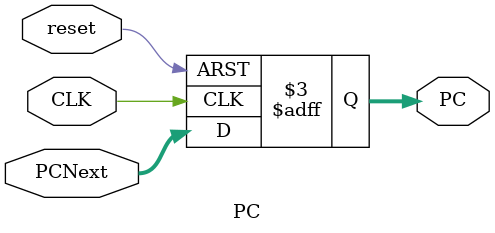
<source format=sv>
`timescale 1ns / 1ps


module PC
(
    input logic [31:0] PCNext,
    input logic  CLK, 
    input logic reset,
    output logic [31:0] PC
);


always_ff @(posedge CLK or negedge reset)
begin
    if(!reset) 
    PC<=32'h8000_0000;  //inital address
    
    else
    PC<=PCNext;

end    


endmodule

</source>
